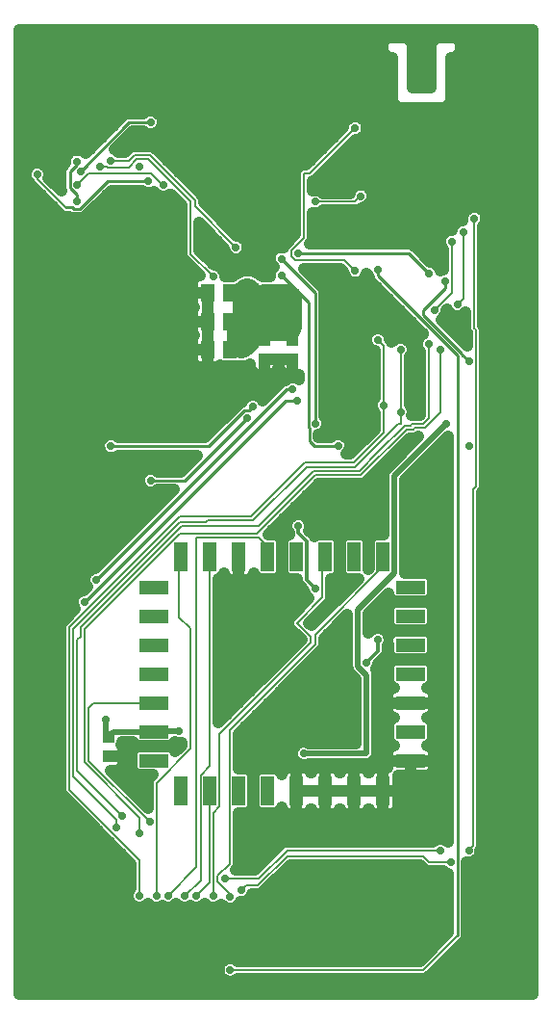
<source format=gbl>
G75*
%MOIN*%
%OFA0B0*%
%FSLAX25Y25*%
%IPPOS*%
%LPD*%
%AMOC8*
5,1,8,0,0,1.08239X$1,22.5*
%
%ADD10R,0.04500X0.10000*%
%ADD11R,0.10000X0.04500*%
%ADD12R,0.03937X0.04331*%
%ADD13R,0.05118X0.05906*%
%ADD14C,0.04000*%
%ADD15C,0.02778*%
%ADD16C,0.01200*%
%ADD17C,0.00787*%
%ADD18C,0.01000*%
%ADD19C,0.02000*%
%ADD20C,0.00800*%
%ADD21C,0.10000*%
D10*
X0080480Y0114102D03*
X0090480Y0114102D03*
X0100480Y0114102D03*
X0110480Y0114102D03*
X0120480Y0114102D03*
X0130480Y0114102D03*
X0140480Y0114102D03*
X0150480Y0114102D03*
X0150480Y0195102D03*
X0140480Y0195102D03*
X0130480Y0195102D03*
X0120480Y0195102D03*
X0110480Y0195102D03*
X0100480Y0195102D03*
X0090480Y0195102D03*
X0080480Y0195102D03*
D11*
X0070980Y0184602D03*
X0070980Y0174602D03*
X0070980Y0164602D03*
X0070980Y0154602D03*
X0070980Y0144602D03*
X0070980Y0134602D03*
X0070980Y0124602D03*
X0159980Y0124602D03*
X0159980Y0134602D03*
X0159980Y0144602D03*
X0159980Y0154602D03*
X0159980Y0164602D03*
X0159980Y0174602D03*
X0159980Y0184602D03*
D12*
X0119142Y0263433D03*
X0119142Y0270126D03*
X0109299Y0270126D03*
X0109299Y0263433D03*
X0055323Y0132882D03*
X0055323Y0126189D03*
D13*
X0089811Y0266780D03*
X0097291Y0266780D03*
X0097291Y0276622D03*
X0089811Y0276622D03*
X0089811Y0286465D03*
X0097291Y0286465D03*
D14*
X0024217Y0377453D02*
X0024217Y0043902D01*
X0202256Y0043902D01*
X0202256Y0377453D01*
X0024217Y0377453D01*
X0024217Y0376277D02*
X0202256Y0376277D01*
X0202256Y0372278D02*
X0177309Y0372278D01*
X0177366Y0372141D02*
X0176833Y0373427D01*
X0175849Y0374412D01*
X0174562Y0374945D01*
X0169873Y0374945D01*
X0168586Y0374412D01*
X0167602Y0373427D01*
X0167069Y0372141D01*
X0167069Y0357573D01*
X0160585Y0357573D01*
X0160585Y0372141D01*
X0160052Y0373427D01*
X0159067Y0374412D01*
X0157781Y0374945D01*
X0156388Y0374945D01*
X0153091Y0374945D01*
X0151805Y0374412D01*
X0150820Y0373427D01*
X0150287Y0372141D01*
X0150287Y0370749D01*
X0150820Y0369462D01*
X0151805Y0368478D01*
X0153091Y0367945D01*
X0153585Y0367945D01*
X0153585Y0353377D01*
X0154117Y0352090D01*
X0155102Y0351106D01*
X0156388Y0350573D01*
X0171265Y0350573D01*
X0172551Y0351106D01*
X0173536Y0352090D01*
X0174069Y0353377D01*
X0174069Y0367945D01*
X0174562Y0367945D01*
X0175849Y0368478D01*
X0176833Y0369462D01*
X0177366Y0370749D01*
X0177366Y0372141D01*
X0175370Y0368280D02*
X0202256Y0368280D01*
X0202256Y0364281D02*
X0174069Y0364281D01*
X0174069Y0360282D02*
X0202256Y0360282D01*
X0202256Y0356284D02*
X0174069Y0356284D01*
X0173617Y0352285D02*
X0202256Y0352285D01*
X0202256Y0348287D02*
X0072803Y0348287D01*
X0073311Y0347779D02*
X0072189Y0348901D01*
X0070723Y0349509D01*
X0069136Y0349509D01*
X0067670Y0348901D01*
X0067388Y0348620D01*
X0061856Y0348620D01*
X0060716Y0348148D01*
X0047253Y0334684D01*
X0046598Y0335339D01*
X0045132Y0335946D01*
X0043545Y0335946D01*
X0042079Y0335339D01*
X0040957Y0334216D01*
X0040350Y0332750D01*
X0040350Y0331301D01*
X0039222Y0330173D01*
X0038750Y0329034D01*
X0038750Y0322219D01*
X0038984Y0321652D01*
X0034393Y0326243D01*
X0034548Y0326616D01*
X0034548Y0328203D01*
X0033941Y0329669D01*
X0032819Y0330791D01*
X0031353Y0331398D01*
X0029766Y0331398D01*
X0028299Y0330791D01*
X0027177Y0329669D01*
X0026570Y0328203D01*
X0026570Y0326616D01*
X0027177Y0325150D01*
X0027891Y0324436D01*
X0028016Y0324135D01*
X0037674Y0314478D01*
X0037774Y0314236D01*
X0038646Y0313364D01*
X0039785Y0312892D01*
X0041503Y0312892D01*
X0041552Y0312844D01*
X0042691Y0312372D01*
X0045986Y0312372D01*
X0047126Y0312844D01*
X0056241Y0321959D01*
X0066612Y0321959D01*
X0066894Y0321677D01*
X0068360Y0321070D01*
X0069947Y0321070D01*
X0071003Y0321507D01*
X0071005Y0321503D01*
X0072127Y0320381D01*
X0073593Y0319774D01*
X0075180Y0319774D01*
X0076646Y0320381D01*
X0076846Y0320581D01*
X0080709Y0316718D01*
X0080709Y0299254D01*
X0081165Y0298151D01*
X0082009Y0297307D01*
X0086909Y0292408D01*
X0086377Y0292302D01*
X0085831Y0292076D01*
X0085340Y0291748D01*
X0084922Y0291330D01*
X0084593Y0290838D01*
X0084367Y0290292D01*
X0084252Y0289713D01*
X0084252Y0286465D01*
X0089811Y0286465D01*
X0089811Y0286464D01*
X0089811Y0280512D01*
X0089811Y0276622D01*
X0089811Y0276622D01*
X0089811Y0272732D01*
X0089811Y0266780D01*
X0089811Y0266780D01*
X0089811Y0276622D01*
X0084252Y0276622D01*
X0084252Y0273374D01*
X0084367Y0272794D01*
X0084593Y0272248D01*
X0084922Y0271757D01*
X0084978Y0271701D01*
X0084922Y0271645D01*
X0084593Y0271153D01*
X0084367Y0270607D01*
X0084252Y0270028D01*
X0084252Y0266780D01*
X0089811Y0266780D01*
X0089811Y0266779D01*
X0089811Y0260827D01*
X0092666Y0260827D01*
X0093245Y0260942D01*
X0093791Y0261168D01*
X0094007Y0261313D01*
X0094215Y0261227D01*
X0099723Y0261227D01*
X0099913Y0261148D01*
X0102937Y0261148D01*
X0104331Y0261725D01*
X0104331Y0260972D01*
X0104446Y0260393D01*
X0104672Y0259847D01*
X0105000Y0259355D01*
X0105418Y0258937D01*
X0105910Y0258609D01*
X0106456Y0258383D01*
X0107035Y0258268D01*
X0109299Y0258268D01*
X0109299Y0263433D01*
X0109299Y0263433D01*
X0109299Y0258268D01*
X0111563Y0258268D01*
X0112143Y0258383D01*
X0112689Y0258609D01*
X0113180Y0258937D01*
X0113598Y0259355D01*
X0113926Y0259847D01*
X0114152Y0260393D01*
X0114220Y0260735D01*
X0114289Y0260393D01*
X0114515Y0259847D01*
X0114843Y0259355D01*
X0115261Y0258937D01*
X0115752Y0258609D01*
X0116298Y0258383D01*
X0116878Y0258268D01*
X0119142Y0258268D01*
X0121406Y0258268D01*
X0121406Y0256377D01*
X0121401Y0256382D01*
X0119935Y0256989D01*
X0118348Y0256989D01*
X0116882Y0256382D01*
X0116600Y0256100D01*
X0116330Y0256100D01*
X0115191Y0255628D01*
X0108795Y0249232D01*
X0108744Y0249354D01*
X0107622Y0250476D01*
X0106156Y0251083D01*
X0104569Y0251083D01*
X0103103Y0250476D01*
X0101981Y0249354D01*
X0101725Y0248738D01*
X0100607Y0248274D01*
X0088747Y0236415D01*
X0058691Y0236415D01*
X0058409Y0236697D01*
X0056943Y0237304D01*
X0055356Y0237304D01*
X0053890Y0236697D01*
X0052768Y0235575D01*
X0052161Y0234108D01*
X0052161Y0232521D01*
X0052768Y0231055D01*
X0053890Y0229933D01*
X0055356Y0229326D01*
X0056943Y0229326D01*
X0058409Y0229933D01*
X0058691Y0230215D01*
X0086067Y0230215D01*
X0080456Y0224604D01*
X0072470Y0224604D01*
X0072189Y0224886D01*
X0070723Y0225493D01*
X0069136Y0225493D01*
X0067670Y0224886D01*
X0066547Y0223764D01*
X0065940Y0222297D01*
X0065940Y0220710D01*
X0066547Y0219244D01*
X0067670Y0218122D01*
X0069136Y0217515D01*
X0070723Y0217515D01*
X0072189Y0218122D01*
X0072470Y0218404D01*
X0077967Y0218404D01*
X0050720Y0191157D01*
X0050322Y0191157D01*
X0048856Y0190550D01*
X0047733Y0189428D01*
X0047126Y0187962D01*
X0047126Y0186375D01*
X0047733Y0184909D01*
X0047862Y0184780D01*
X0046574Y0183492D01*
X0046176Y0183492D01*
X0044710Y0182885D01*
X0043588Y0181762D01*
X0042981Y0180296D01*
X0042981Y0178709D01*
X0043588Y0177243D01*
X0043717Y0177114D01*
X0039868Y0173265D01*
X0039026Y0172423D01*
X0038570Y0171323D01*
X0038570Y0114014D01*
X0039026Y0112914D01*
X0039868Y0112072D01*
X0062998Y0088941D01*
X0062998Y0080451D01*
X0062610Y0080063D01*
X0062003Y0078597D01*
X0062003Y0077010D01*
X0062610Y0075544D01*
X0063733Y0074421D01*
X0065199Y0073814D01*
X0066786Y0073814D01*
X0068252Y0074421D01*
X0068945Y0075115D01*
X0069638Y0074421D01*
X0071104Y0073814D01*
X0072691Y0073814D01*
X0073866Y0074301D01*
X0075041Y0073814D01*
X0076628Y0073814D01*
X0078094Y0074421D01*
X0078787Y0075115D01*
X0079481Y0074421D01*
X0080947Y0073814D01*
X0082534Y0073814D01*
X0083709Y0074301D01*
X0084884Y0073814D01*
X0086471Y0073814D01*
X0087937Y0074421D01*
X0088630Y0075115D01*
X0089323Y0074421D01*
X0090789Y0073814D01*
X0092376Y0073814D01*
X0093842Y0074421D01*
X0094328Y0074908D01*
X0095229Y0074007D01*
X0096695Y0073400D01*
X0098282Y0073400D01*
X0099748Y0074007D01*
X0100870Y0075129D01*
X0101140Y0075783D01*
X0102219Y0075783D01*
X0103685Y0076390D01*
X0104807Y0077512D01*
X0105147Y0078332D01*
X0107506Y0078332D01*
X0108606Y0078788D01*
X0109448Y0079630D01*
X0118407Y0088589D01*
X0163177Y0088589D01*
X0163848Y0087918D01*
X0164690Y0087076D01*
X0165790Y0086620D01*
X0171198Y0086620D01*
X0171586Y0086232D01*
X0173052Y0085625D01*
X0173128Y0085625D01*
X0173128Y0065157D01*
X0163177Y0055206D01*
X0100136Y0055206D01*
X0099748Y0055594D01*
X0098282Y0056202D01*
X0096695Y0056202D01*
X0095229Y0055594D01*
X0094106Y0054472D01*
X0093499Y0053006D01*
X0093499Y0051419D01*
X0094106Y0049953D01*
X0095229Y0048831D01*
X0096695Y0048224D01*
X0098282Y0048224D01*
X0099748Y0048831D01*
X0100136Y0049219D01*
X0165013Y0049219D01*
X0166113Y0049675D01*
X0166955Y0050517D01*
X0177728Y0061289D01*
X0177984Y0061396D01*
X0178856Y0062268D01*
X0179328Y0063407D01*
X0179328Y0087710D01*
X0179435Y0087967D01*
X0179435Y0089562D01*
X0180959Y0089562D01*
X0182425Y0090169D01*
X0183547Y0091292D01*
X0184154Y0092758D01*
X0184154Y0093306D01*
X0184258Y0093410D01*
X0184713Y0094510D01*
X0184713Y0217314D01*
X0185086Y0217686D01*
X0185542Y0218787D01*
X0185542Y0274267D01*
X0185128Y0275267D01*
X0185128Y0309408D01*
X0185516Y0309796D01*
X0186123Y0311262D01*
X0186123Y0312849D01*
X0185516Y0314315D01*
X0184393Y0315437D01*
X0182927Y0316044D01*
X0181340Y0316044D01*
X0179874Y0315437D01*
X0178752Y0314315D01*
X0178145Y0312849D01*
X0178145Y0311320D01*
X0177403Y0311320D01*
X0175937Y0310712D01*
X0174815Y0309590D01*
X0174227Y0308170D01*
X0173466Y0308170D01*
X0172000Y0307563D01*
X0170878Y0306441D01*
X0170271Y0304975D01*
X0170271Y0303388D01*
X0170878Y0301922D01*
X0171266Y0301534D01*
X0171266Y0294391D01*
X0171084Y0294391D01*
X0170346Y0294085D01*
X0169768Y0295482D01*
X0168645Y0296604D01*
X0167179Y0297211D01*
X0166781Y0297211D01*
X0161992Y0302000D01*
X0161120Y0302872D01*
X0159980Y0303344D01*
X0125074Y0303344D01*
X0125617Y0303886D01*
X0126072Y0304987D01*
X0126072Y0314034D01*
X0126222Y0313972D01*
X0127809Y0313972D01*
X0129275Y0314579D01*
X0129663Y0314967D01*
X0141391Y0314967D01*
X0142491Y0315423D01*
X0143009Y0315940D01*
X0143557Y0315940D01*
X0145023Y0316547D01*
X0146145Y0317670D01*
X0146753Y0319136D01*
X0146753Y0320723D01*
X0146145Y0322189D01*
X0145023Y0323311D01*
X0143557Y0323918D01*
X0141970Y0323918D01*
X0140504Y0323311D01*
X0139382Y0322189D01*
X0138871Y0320954D01*
X0129663Y0320954D01*
X0129275Y0321342D01*
X0127809Y0321950D01*
X0126222Y0321950D01*
X0126072Y0321888D01*
X0126072Y0324987D01*
X0126743Y0325265D01*
X0141040Y0339562D01*
X0141589Y0339562D01*
X0143055Y0340169D01*
X0144177Y0341292D01*
X0144784Y0342758D01*
X0144784Y0344345D01*
X0144177Y0345811D01*
X0143055Y0346933D01*
X0141589Y0347540D01*
X0140002Y0347540D01*
X0138536Y0346933D01*
X0137414Y0345811D01*
X0136806Y0344345D01*
X0136806Y0343796D01*
X0123807Y0330797D01*
X0122483Y0330797D01*
X0121383Y0330341D01*
X0120541Y0329499D01*
X0120085Y0328399D01*
X0120085Y0306822D01*
X0116190Y0302927D01*
X0115915Y0302265D01*
X0114411Y0302265D01*
X0112945Y0301657D01*
X0111823Y0300535D01*
X0111216Y0299069D01*
X0111216Y0297482D01*
X0111823Y0296016D01*
X0112516Y0295323D01*
X0111823Y0294630D01*
X0111216Y0293164D01*
X0111216Y0292096D01*
X0108510Y0292096D01*
X0107699Y0292908D01*
X0104905Y0294065D01*
X0101882Y0294065D01*
X0099089Y0292908D01*
X0098198Y0292017D01*
X0095572Y0292017D01*
X0095572Y0292770D01*
X0094964Y0294236D01*
X0093842Y0295358D01*
X0092376Y0295965D01*
X0091836Y0295965D01*
X0086709Y0301093D01*
X0086709Y0310718D01*
X0095468Y0301959D01*
X0095468Y0301419D01*
X0096075Y0299953D01*
X0097197Y0298831D01*
X0098663Y0298224D01*
X0100250Y0298224D01*
X0101716Y0298831D01*
X0102838Y0299953D01*
X0103446Y0301419D01*
X0103446Y0303006D01*
X0102838Y0304472D01*
X0101716Y0305594D01*
X0100250Y0306202D01*
X0099710Y0306202D01*
X0088209Y0317703D01*
X0088209Y0319179D01*
X0087752Y0320281D01*
X0086908Y0321125D01*
X0071209Y0336824D01*
X0070106Y0337281D01*
X0063743Y0337281D01*
X0062640Y0336824D01*
X0061797Y0335980D01*
X0061077Y0335261D01*
X0058791Y0335261D01*
X0058409Y0335642D01*
X0057398Y0336061D01*
X0063756Y0342420D01*
X0067388Y0342420D01*
X0067670Y0342138D01*
X0069136Y0341531D01*
X0070723Y0341531D01*
X0072189Y0342138D01*
X0073311Y0343260D01*
X0073918Y0344726D01*
X0073918Y0346313D01*
X0073311Y0347779D01*
X0073737Y0344288D02*
X0136806Y0344288D01*
X0133300Y0340290D02*
X0061626Y0340290D01*
X0062107Y0336291D02*
X0057628Y0336291D01*
X0052858Y0340290D02*
X0024217Y0340290D01*
X0024217Y0344288D02*
X0056857Y0344288D01*
X0061052Y0348287D02*
X0024217Y0348287D01*
X0024217Y0352285D02*
X0154037Y0352285D01*
X0153585Y0356284D02*
X0024217Y0356284D01*
X0024217Y0360282D02*
X0153585Y0360282D01*
X0153585Y0364281D02*
X0024217Y0364281D01*
X0024217Y0368280D02*
X0152283Y0368280D01*
X0150344Y0372278D02*
X0024217Y0372278D01*
X0024217Y0336291D02*
X0048860Y0336291D01*
X0040350Y0332293D02*
X0024217Y0332293D01*
X0024217Y0328294D02*
X0026608Y0328294D01*
X0027949Y0324296D02*
X0024217Y0324296D01*
X0024217Y0320297D02*
X0031854Y0320297D01*
X0035852Y0316299D02*
X0024217Y0316299D01*
X0024217Y0312300D02*
X0080709Y0312300D01*
X0080709Y0308302D02*
X0024217Y0308302D01*
X0024217Y0304303D02*
X0080709Y0304303D01*
X0080709Y0300305D02*
X0024217Y0300305D01*
X0024217Y0296306D02*
X0083010Y0296306D01*
X0086406Y0292308D02*
X0024217Y0292308D01*
X0024217Y0288309D02*
X0084252Y0288309D01*
X0084252Y0286464D02*
X0084252Y0283216D01*
X0084367Y0282637D01*
X0084593Y0282091D01*
X0084922Y0281599D01*
X0084978Y0281543D01*
X0084922Y0281487D01*
X0084593Y0280996D01*
X0084367Y0280450D01*
X0084252Y0279870D01*
X0084252Y0276622D01*
X0089811Y0276622D01*
X0089811Y0276622D01*
X0089811Y0286464D01*
X0089811Y0286464D01*
X0084252Y0286464D01*
X0084252Y0284311D02*
X0024217Y0284311D01*
X0024217Y0280312D02*
X0084340Y0280312D01*
X0084252Y0276314D02*
X0024217Y0276314D01*
X0024217Y0272315D02*
X0084566Y0272315D01*
X0084252Y0268317D02*
X0024217Y0268317D01*
X0024217Y0264318D02*
X0084252Y0264318D01*
X0084252Y0263531D02*
X0084367Y0262952D01*
X0084593Y0262406D01*
X0084922Y0261914D01*
X0085340Y0261497D01*
X0085831Y0261168D01*
X0086377Y0260942D01*
X0086956Y0260827D01*
X0089811Y0260827D01*
X0089811Y0266779D01*
X0089811Y0266779D01*
X0084252Y0266779D01*
X0084252Y0263531D01*
X0089811Y0264318D02*
X0089811Y0264318D01*
X0089811Y0268317D02*
X0089811Y0268317D01*
X0089811Y0272315D02*
X0089811Y0272315D01*
X0089811Y0276314D02*
X0089811Y0276314D01*
X0089811Y0276622D02*
X0089811Y0276622D01*
X0089811Y0280312D02*
X0089811Y0280312D01*
X0089811Y0284311D02*
X0089811Y0284311D01*
X0095572Y0292308D02*
X0098489Y0292308D01*
X0091495Y0296306D02*
X0111703Y0296306D01*
X0111728Y0300305D02*
X0102984Y0300305D01*
X0102908Y0304303D02*
X0117566Y0304303D01*
X0120085Y0308302D02*
X0097610Y0308302D01*
X0093612Y0312300D02*
X0120085Y0312300D01*
X0120085Y0316299D02*
X0089613Y0316299D01*
X0087736Y0320297D02*
X0120085Y0320297D01*
X0120085Y0324296D02*
X0083737Y0324296D01*
X0079739Y0328294D02*
X0120085Y0328294D01*
X0125303Y0332293D02*
X0075740Y0332293D01*
X0071742Y0336291D02*
X0129302Y0336291D01*
X0133771Y0332293D02*
X0202256Y0332293D01*
X0202256Y0336291D02*
X0137769Y0336291D01*
X0143175Y0340290D02*
X0202256Y0340290D01*
X0202256Y0344288D02*
X0144784Y0344288D01*
X0129772Y0328294D02*
X0202256Y0328294D01*
X0202256Y0324296D02*
X0126072Y0324296D01*
X0126072Y0312300D02*
X0178145Y0312300D01*
X0174281Y0308302D02*
X0126072Y0308302D01*
X0125789Y0304303D02*
X0170271Y0304303D01*
X0171266Y0300305D02*
X0163687Y0300305D01*
X0168943Y0296306D02*
X0171266Y0296306D01*
X0185128Y0296306D02*
X0202256Y0296306D01*
X0202256Y0292308D02*
X0185128Y0292308D01*
X0185128Y0288309D02*
X0202256Y0288309D01*
X0202256Y0284311D02*
X0185128Y0284311D01*
X0185128Y0280312D02*
X0202256Y0280312D01*
X0202256Y0276314D02*
X0185128Y0276314D01*
X0185542Y0272315D02*
X0202256Y0272315D01*
X0202256Y0268317D02*
X0185542Y0268317D01*
X0185542Y0264318D02*
X0202256Y0264318D01*
X0202256Y0260320D02*
X0185542Y0260320D01*
X0185542Y0256321D02*
X0202256Y0256321D01*
X0202256Y0252323D02*
X0185542Y0252323D01*
X0185542Y0248324D02*
X0202256Y0248324D01*
X0202256Y0244326D02*
X0185542Y0244326D01*
X0185542Y0240327D02*
X0202256Y0240327D01*
X0202256Y0236329D02*
X0185542Y0236329D01*
X0185542Y0232330D02*
X0202256Y0232330D01*
X0202256Y0228332D02*
X0185542Y0228332D01*
X0185542Y0224333D02*
X0202256Y0224333D01*
X0202256Y0220335D02*
X0185542Y0220335D01*
X0184713Y0216336D02*
X0202256Y0216336D01*
X0202256Y0212338D02*
X0184713Y0212338D01*
X0184713Y0208339D02*
X0202256Y0208339D01*
X0202256Y0204341D02*
X0184713Y0204341D01*
X0184713Y0200342D02*
X0202256Y0200342D01*
X0202256Y0196344D02*
X0184713Y0196344D01*
X0184713Y0192345D02*
X0202256Y0192345D01*
X0202256Y0188346D02*
X0184713Y0188346D01*
X0184713Y0184348D02*
X0202256Y0184348D01*
X0202256Y0180349D02*
X0184713Y0180349D01*
X0184713Y0176351D02*
X0202256Y0176351D01*
X0202256Y0172352D02*
X0184713Y0172352D01*
X0184713Y0168354D02*
X0202256Y0168354D01*
X0202256Y0164355D02*
X0184713Y0164355D01*
X0184713Y0160357D02*
X0202256Y0160357D01*
X0202256Y0156358D02*
X0184713Y0156358D01*
X0184713Y0152360D02*
X0202256Y0152360D01*
X0202256Y0148361D02*
X0184713Y0148361D01*
X0184713Y0144363D02*
X0202256Y0144363D01*
X0202256Y0140364D02*
X0184713Y0140364D01*
X0184713Y0136366D02*
X0202256Y0136366D01*
X0202256Y0132367D02*
X0184713Y0132367D01*
X0184713Y0128369D02*
X0202256Y0128369D01*
X0202256Y0124370D02*
X0184713Y0124370D01*
X0184713Y0120372D02*
X0202256Y0120372D01*
X0202256Y0116373D02*
X0184713Y0116373D01*
X0184713Y0112375D02*
X0202256Y0112375D01*
X0202256Y0108376D02*
X0184713Y0108376D01*
X0184713Y0104378D02*
X0202256Y0104378D01*
X0202256Y0100379D02*
X0184713Y0100379D01*
X0184713Y0096381D02*
X0202256Y0096381D01*
X0202256Y0092382D02*
X0183999Y0092382D01*
X0179435Y0088384D02*
X0202256Y0088384D01*
X0202256Y0084385D02*
X0179328Y0084385D01*
X0179328Y0080387D02*
X0202256Y0080387D01*
X0202256Y0076388D02*
X0179328Y0076388D01*
X0179328Y0072390D02*
X0202256Y0072390D01*
X0202256Y0068391D02*
X0179328Y0068391D01*
X0179328Y0064393D02*
X0202256Y0064393D01*
X0202256Y0060394D02*
X0176833Y0060394D01*
X0172834Y0056396D02*
X0202256Y0056396D01*
X0202256Y0052397D02*
X0168836Y0052397D01*
X0164367Y0056396D02*
X0024217Y0056396D01*
X0024217Y0060394D02*
X0168365Y0060394D01*
X0172364Y0064393D02*
X0024217Y0064393D01*
X0024217Y0068391D02*
X0173128Y0068391D01*
X0173128Y0072390D02*
X0024217Y0072390D01*
X0024217Y0076388D02*
X0062261Y0076388D01*
X0062934Y0080387D02*
X0024217Y0080387D01*
X0024217Y0084385D02*
X0062998Y0084385D01*
X0062998Y0088384D02*
X0024217Y0088384D01*
X0024217Y0092382D02*
X0059558Y0092382D01*
X0055559Y0096381D02*
X0024217Y0096381D01*
X0024217Y0100379D02*
X0051561Y0100379D01*
X0047562Y0104378D02*
X0024217Y0104378D01*
X0024217Y0108376D02*
X0043564Y0108376D01*
X0039565Y0112375D02*
X0024217Y0112375D01*
X0024217Y0116373D02*
X0038570Y0116373D01*
X0038570Y0120372D02*
X0024217Y0120372D01*
X0024217Y0124370D02*
X0038570Y0124370D01*
X0038570Y0128369D02*
X0024217Y0128369D01*
X0024217Y0132367D02*
X0038570Y0132367D01*
X0038570Y0136366D02*
X0024217Y0136366D01*
X0024217Y0140364D02*
X0038570Y0140364D01*
X0038570Y0144363D02*
X0024217Y0144363D01*
X0024217Y0148361D02*
X0038570Y0148361D01*
X0038570Y0152360D02*
X0024217Y0152360D01*
X0024217Y0156358D02*
X0038570Y0156358D01*
X0038570Y0160357D02*
X0024217Y0160357D01*
X0024217Y0164355D02*
X0038570Y0164355D01*
X0038570Y0168354D02*
X0024217Y0168354D01*
X0024217Y0172352D02*
X0038997Y0172352D01*
X0042954Y0176351D02*
X0024217Y0176351D01*
X0024217Y0180349D02*
X0043003Y0180349D01*
X0047431Y0184348D02*
X0024217Y0184348D01*
X0024217Y0188346D02*
X0047285Y0188346D01*
X0051908Y0192345D02*
X0024217Y0192345D01*
X0024217Y0196344D02*
X0055906Y0196344D01*
X0059905Y0200342D02*
X0024217Y0200342D01*
X0024217Y0204341D02*
X0063903Y0204341D01*
X0067902Y0208339D02*
X0024217Y0208339D01*
X0024217Y0212338D02*
X0071900Y0212338D01*
X0075899Y0216336D02*
X0024217Y0216336D01*
X0024217Y0220335D02*
X0066096Y0220335D01*
X0067117Y0224333D02*
X0024217Y0224333D01*
X0024217Y0228332D02*
X0084184Y0228332D01*
X0092659Y0240327D02*
X0024217Y0240327D01*
X0024217Y0236329D02*
X0053522Y0236329D01*
X0052240Y0232330D02*
X0024217Y0232330D01*
X0024217Y0244326D02*
X0096658Y0244326D01*
X0100727Y0248324D02*
X0024217Y0248324D01*
X0024217Y0252323D02*
X0111885Y0252323D01*
X0116822Y0256321D02*
X0024217Y0256321D01*
X0024217Y0260320D02*
X0104476Y0260320D01*
X0109299Y0260320D02*
X0109299Y0260320D01*
X0109299Y0263433D02*
X0109299Y0263433D01*
X0114173Y0263433D01*
X0119142Y0263433D01*
X0119142Y0258268D01*
X0119142Y0263433D01*
X0119142Y0263433D01*
X0119142Y0263433D01*
X0109299Y0263433D01*
X0114122Y0260320D02*
X0114319Y0260320D01*
X0119142Y0260320D02*
X0119142Y0260320D01*
X0121406Y0258268D02*
X0121406Y0258268D01*
X0130095Y0256321D02*
X0147644Y0256321D01*
X0147644Y0252323D02*
X0130095Y0252323D01*
X0130095Y0248324D02*
X0146658Y0248324D01*
X0146649Y0248302D02*
X0146649Y0246715D01*
X0147256Y0245249D01*
X0147644Y0244861D01*
X0147644Y0239292D01*
X0138981Y0230628D01*
X0137646Y0230628D01*
X0138271Y0231254D01*
X0138879Y0232720D01*
X0138879Y0234307D01*
X0138271Y0235773D01*
X0137149Y0236895D01*
X0135683Y0237502D01*
X0134096Y0237502D01*
X0132630Y0236895D01*
X0132348Y0236613D01*
X0128147Y0236613D01*
X0128147Y0237348D01*
X0129255Y0237807D01*
X0130377Y0238929D01*
X0130984Y0240396D01*
X0130984Y0241982D01*
X0130377Y0243449D01*
X0130095Y0243730D01*
X0130095Y0287102D01*
X0129623Y0288241D01*
X0128751Y0289113D01*
X0122997Y0294868D01*
X0135659Y0294868D01*
X0136806Y0293721D01*
X0136806Y0293172D01*
X0137414Y0291706D01*
X0138536Y0290584D01*
X0140002Y0289976D01*
X0141589Y0289976D01*
X0143055Y0290584D01*
X0144177Y0291706D01*
X0144784Y0293172D01*
X0144784Y0293294D01*
X0145288Y0292079D01*
X0145569Y0291797D01*
X0145569Y0291753D01*
X0146041Y0290614D01*
X0164409Y0272247D01*
X0164126Y0272130D01*
X0163004Y0271008D01*
X0162397Y0269541D01*
X0162397Y0267955D01*
X0163004Y0266488D01*
X0163392Y0266100D01*
X0163392Y0244398D01*
X0163177Y0244183D01*
X0160470Y0244183D01*
X0160532Y0244333D01*
X0160532Y0245919D01*
X0159925Y0247386D01*
X0159537Y0247774D01*
X0159537Y0264132D01*
X0159925Y0264520D01*
X0160532Y0265986D01*
X0160532Y0267573D01*
X0159925Y0269039D01*
X0158803Y0270161D01*
X0157337Y0270768D01*
X0155750Y0270768D01*
X0154284Y0270161D01*
X0153433Y0269310D01*
X0153176Y0269931D01*
X0152658Y0270449D01*
X0152658Y0270997D01*
X0152051Y0272464D01*
X0150929Y0273586D01*
X0149463Y0274193D01*
X0147876Y0274193D01*
X0146410Y0273586D01*
X0145288Y0272464D01*
X0144680Y0270997D01*
X0144680Y0269410D01*
X0145288Y0267944D01*
X0146410Y0266822D01*
X0147644Y0266311D01*
X0147644Y0250156D01*
X0147256Y0249768D01*
X0146649Y0248302D01*
X0147644Y0244326D02*
X0130095Y0244326D01*
X0130956Y0240327D02*
X0147644Y0240327D01*
X0144681Y0236329D02*
X0137716Y0236329D01*
X0138717Y0232330D02*
X0140682Y0232330D01*
X0147858Y0224333D02*
X0150891Y0224333D01*
X0150730Y0223944D02*
X0151278Y0225267D01*
X0152291Y0226280D01*
X0162652Y0236641D01*
X0162643Y0236641D01*
X0161643Y0236227D01*
X0159752Y0236227D01*
X0144460Y0220934D01*
X0143359Y0220479D01*
X0128256Y0220479D01*
X0110585Y0202808D01*
X0110690Y0202702D01*
X0113247Y0202702D01*
X0114203Y0202307D01*
X0114934Y0201575D01*
X0115330Y0200620D01*
X0115330Y0189585D01*
X0114934Y0188630D01*
X0114203Y0187898D01*
X0113247Y0187502D01*
X0107713Y0187502D01*
X0106758Y0187898D01*
X0106026Y0188630D01*
X0105668Y0189494D01*
X0105615Y0189227D01*
X0105389Y0188681D01*
X0105061Y0188190D01*
X0104643Y0187772D01*
X0104151Y0187444D01*
X0103605Y0187218D01*
X0103026Y0187102D01*
X0100480Y0187102D01*
X0100480Y0195102D01*
X0100480Y0195102D01*
X0100480Y0187102D01*
X0097935Y0187102D01*
X0097355Y0187218D01*
X0096809Y0187444D01*
X0096318Y0187772D01*
X0095900Y0188190D01*
X0095572Y0188681D01*
X0095346Y0189227D01*
X0095293Y0189494D01*
X0094934Y0188630D01*
X0094203Y0187898D01*
X0093480Y0187599D01*
X0093480Y0137651D01*
X0122215Y0166386D01*
X0118008Y0170592D01*
X0117552Y0171695D01*
X0117552Y0172888D01*
X0118008Y0173991D01*
X0118852Y0174835D01*
X0124747Y0180730D01*
X0123634Y0181843D01*
X0123027Y0183309D01*
X0123027Y0183566D01*
X0122118Y0184475D01*
X0121217Y0185375D01*
X0120730Y0186551D01*
X0120730Y0187502D01*
X0117713Y0187502D01*
X0116758Y0187898D01*
X0116026Y0188630D01*
X0115630Y0189585D01*
X0115630Y0200620D01*
X0116026Y0201575D01*
X0116758Y0202307D01*
X0117713Y0202702D01*
X0117944Y0202702D01*
X0117910Y0202783D01*
X0117910Y0203315D01*
X0117729Y0203496D01*
X0117121Y0204962D01*
X0117121Y0206549D01*
X0117729Y0208015D01*
X0118851Y0209138D01*
X0120317Y0209745D01*
X0121904Y0209745D01*
X0123370Y0209138D01*
X0124492Y0208015D01*
X0125099Y0206549D01*
X0125099Y0204962D01*
X0124804Y0204251D01*
X0125743Y0203312D01*
X0125743Y0203312D01*
X0126643Y0202412D01*
X0126708Y0202257D01*
X0126758Y0202307D01*
X0127713Y0202702D01*
X0133247Y0202702D01*
X0134203Y0202307D01*
X0134934Y0201575D01*
X0135330Y0200620D01*
X0135330Y0189585D01*
X0134934Y0188630D01*
X0134203Y0187898D01*
X0133247Y0187502D01*
X0132405Y0187502D01*
X0132405Y0180548D01*
X0131948Y0179445D01*
X0124794Y0172291D01*
X0125757Y0171329D01*
X0141930Y0187502D01*
X0137713Y0187502D01*
X0136758Y0187898D01*
X0136026Y0188630D01*
X0135630Y0189585D01*
X0135630Y0200620D01*
X0136026Y0201575D01*
X0136758Y0202307D01*
X0137713Y0202702D01*
X0143247Y0202702D01*
X0144203Y0202307D01*
X0144934Y0201575D01*
X0145330Y0200620D01*
X0145330Y0190903D01*
X0145630Y0191203D01*
X0145630Y0200620D01*
X0146026Y0201575D01*
X0146758Y0202307D01*
X0147713Y0202702D01*
X0150730Y0202702D01*
X0150730Y0223944D01*
X0150730Y0220335D02*
X0128112Y0220335D01*
X0124113Y0216336D02*
X0150730Y0216336D01*
X0150730Y0212338D02*
X0120115Y0212338D01*
X0118052Y0208339D02*
X0116116Y0208339D01*
X0117379Y0204341D02*
X0112118Y0204341D01*
X0115330Y0200342D02*
X0115630Y0200342D01*
X0115630Y0196344D02*
X0115330Y0196344D01*
X0115330Y0192345D02*
X0115630Y0192345D01*
X0116309Y0188346D02*
X0114651Y0188346D01*
X0122245Y0184348D02*
X0093480Y0184348D01*
X0093480Y0180349D02*
X0124367Y0180349D01*
X0120369Y0176351D02*
X0093480Y0176351D01*
X0093480Y0172352D02*
X0117552Y0172352D01*
X0120247Y0168354D02*
X0093480Y0168354D01*
X0093480Y0164355D02*
X0120184Y0164355D01*
X0116186Y0160357D02*
X0093480Y0160357D01*
X0093480Y0156358D02*
X0112187Y0156358D01*
X0108189Y0152360D02*
X0093480Y0152360D01*
X0093480Y0148361D02*
X0104190Y0148361D01*
X0100192Y0144363D02*
X0093480Y0144363D01*
X0093480Y0140364D02*
X0096193Y0140364D01*
X0100230Y0133954D02*
X0129399Y0163123D01*
X0129855Y0164223D01*
X0129855Y0165414D01*
X0129855Y0166960D01*
X0138143Y0175248D01*
X0138143Y0156558D01*
X0138691Y0155234D01*
X0139704Y0154222D01*
X0139704Y0154222D01*
X0141132Y0152794D01*
X0141132Y0130616D01*
X0124811Y0130616D01*
X0123872Y0131005D01*
X0122285Y0131005D01*
X0120819Y0130397D01*
X0119697Y0129275D01*
X0119090Y0127809D01*
X0119090Y0126222D01*
X0119697Y0124756D01*
X0120819Y0123634D01*
X0122285Y0123027D01*
X0123872Y0123027D01*
X0124811Y0123416D01*
X0145448Y0123416D01*
X0146772Y0123964D01*
X0147784Y0124977D01*
X0148332Y0126300D01*
X0148332Y0155001D01*
X0147902Y0156040D01*
X0148114Y0156252D01*
X0148721Y0157718D01*
X0148721Y0157975D01*
X0150482Y0159736D01*
X0151382Y0160636D01*
X0151869Y0161812D01*
X0151869Y0163945D01*
X0152051Y0164126D01*
X0152380Y0164921D01*
X0152380Y0161835D01*
X0152776Y0160880D01*
X0153508Y0160148D01*
X0154463Y0159752D01*
X0165497Y0159752D01*
X0166453Y0160148D01*
X0167184Y0160880D01*
X0167580Y0161835D01*
X0167580Y0167370D01*
X0167184Y0168325D01*
X0166453Y0169057D01*
X0165497Y0169452D01*
X0154463Y0169452D01*
X0153508Y0169057D01*
X0152776Y0168325D01*
X0152480Y0167610D01*
X0152051Y0168645D01*
X0150929Y0169768D01*
X0149463Y0170375D01*
X0147876Y0170375D01*
X0146410Y0169768D01*
X0145343Y0168701D01*
X0145343Y0175361D01*
X0152380Y0182398D01*
X0152380Y0181835D01*
X0152776Y0180880D01*
X0153508Y0180148D01*
X0154463Y0179752D01*
X0165497Y0179752D01*
X0166453Y0180148D01*
X0167184Y0180880D01*
X0167580Y0181835D01*
X0167580Y0187370D01*
X0167184Y0188325D01*
X0166453Y0189057D01*
X0165497Y0189452D01*
X0157930Y0189452D01*
X0157930Y0221737D01*
X0173128Y0236935D01*
X0173128Y0096387D01*
X0172582Y0096933D01*
X0171116Y0097540D01*
X0169529Y0097540D01*
X0168063Y0096933D01*
X0167675Y0096545D01*
X0116578Y0096545D01*
X0115477Y0096089D01*
X0106091Y0086702D01*
X0099377Y0086702D01*
X0099775Y0087099D01*
X0100230Y0088200D01*
X0100230Y0106502D01*
X0103247Y0106502D01*
X0104203Y0106898D01*
X0104934Y0107630D01*
X0105330Y0108585D01*
X0105330Y0119620D01*
X0104934Y0120575D01*
X0104203Y0121307D01*
X0103247Y0121702D01*
X0100230Y0121702D01*
X0100230Y0133954D01*
X0100230Y0132367D02*
X0141132Y0132367D01*
X0141132Y0136366D02*
X0102642Y0136366D01*
X0106641Y0140364D02*
X0141132Y0140364D01*
X0141132Y0144363D02*
X0110639Y0144363D01*
X0114638Y0148361D02*
X0141132Y0148361D01*
X0141132Y0152360D02*
X0118636Y0152360D01*
X0122635Y0156358D02*
X0138226Y0156358D01*
X0138143Y0160357D02*
X0126633Y0160357D01*
X0129855Y0164355D02*
X0138143Y0164355D01*
X0138143Y0168354D02*
X0131249Y0168354D01*
X0135248Y0172352D02*
X0138143Y0172352D01*
X0130779Y0176351D02*
X0128854Y0176351D01*
X0126780Y0172352D02*
X0124856Y0172352D01*
X0132323Y0180349D02*
X0134777Y0180349D01*
X0132405Y0184348D02*
X0138776Y0184348D01*
X0136309Y0188346D02*
X0134651Y0188346D01*
X0135330Y0192345D02*
X0135630Y0192345D01*
X0135630Y0196344D02*
X0135330Y0196344D01*
X0135330Y0200342D02*
X0135630Y0200342D01*
X0145330Y0200342D02*
X0145630Y0200342D01*
X0145630Y0196344D02*
X0145330Y0196344D01*
X0145330Y0192345D02*
X0145630Y0192345D01*
X0157930Y0192345D02*
X0173128Y0192345D01*
X0173128Y0188346D02*
X0167163Y0188346D01*
X0167580Y0184348D02*
X0173128Y0184348D01*
X0173128Y0180349D02*
X0166654Y0180349D01*
X0166453Y0179057D02*
X0165497Y0179452D01*
X0154463Y0179452D01*
X0153508Y0179057D01*
X0152776Y0178325D01*
X0152380Y0177370D01*
X0152380Y0171835D01*
X0152776Y0170880D01*
X0153508Y0170148D01*
X0154463Y0169752D01*
X0165497Y0169752D01*
X0166453Y0170148D01*
X0167184Y0170880D01*
X0167580Y0171835D01*
X0167580Y0177370D01*
X0167184Y0178325D01*
X0166453Y0179057D01*
X0167580Y0176351D02*
X0173128Y0176351D01*
X0173128Y0172352D02*
X0167580Y0172352D01*
X0167156Y0168354D02*
X0173128Y0168354D01*
X0173128Y0164355D02*
X0167580Y0164355D01*
X0166662Y0160357D02*
X0173128Y0160357D01*
X0173128Y0156358D02*
X0167580Y0156358D01*
X0167580Y0157370D02*
X0167184Y0158325D01*
X0166453Y0159057D01*
X0165497Y0159452D01*
X0154463Y0159452D01*
X0153508Y0159057D01*
X0152776Y0158325D01*
X0152380Y0157370D01*
X0152380Y0151835D01*
X0152776Y0150880D01*
X0153508Y0150148D01*
X0154372Y0149790D01*
X0154105Y0149737D01*
X0153559Y0149511D01*
X0153068Y0149183D01*
X0152650Y0148765D01*
X0152322Y0148273D01*
X0152096Y0147727D01*
X0151980Y0147148D01*
X0151980Y0144602D01*
X0151980Y0142057D01*
X0152096Y0141477D01*
X0152322Y0140931D01*
X0152650Y0140440D01*
X0153068Y0140022D01*
X0153559Y0139694D01*
X0154105Y0139468D01*
X0154372Y0139415D01*
X0153508Y0139057D01*
X0152776Y0138325D01*
X0152380Y0137370D01*
X0152380Y0131835D01*
X0152776Y0130880D01*
X0153508Y0130148D01*
X0154372Y0129790D01*
X0154105Y0129737D01*
X0153559Y0129511D01*
X0153068Y0129183D01*
X0152650Y0128765D01*
X0152322Y0128273D01*
X0152096Y0127727D01*
X0151980Y0127148D01*
X0151980Y0124602D01*
X0151980Y0122102D01*
X0150480Y0122102D01*
X0147935Y0122102D01*
X0147355Y0121987D01*
X0146809Y0121761D01*
X0146318Y0121433D01*
X0145900Y0121015D01*
X0145572Y0120523D01*
X0145480Y0120303D01*
X0145389Y0120523D01*
X0145061Y0121015D01*
X0144643Y0121433D01*
X0144151Y0121761D01*
X0143605Y0121987D01*
X0143026Y0122102D01*
X0140480Y0122102D01*
X0137935Y0122102D01*
X0137355Y0121987D01*
X0136809Y0121761D01*
X0136318Y0121433D01*
X0135900Y0121015D01*
X0135572Y0120523D01*
X0135480Y0120303D01*
X0135389Y0120523D01*
X0135061Y0121015D01*
X0134643Y0121433D01*
X0134151Y0121761D01*
X0133605Y0121987D01*
X0133026Y0122102D01*
X0130480Y0122102D01*
X0127935Y0122102D01*
X0127355Y0121987D01*
X0126809Y0121761D01*
X0126318Y0121433D01*
X0125900Y0121015D01*
X0125572Y0120523D01*
X0125480Y0120303D01*
X0125389Y0120523D01*
X0125061Y0121015D01*
X0124643Y0121433D01*
X0124151Y0121761D01*
X0123605Y0121987D01*
X0123026Y0122102D01*
X0120480Y0122102D01*
X0117935Y0122102D01*
X0117355Y0121987D01*
X0116809Y0121761D01*
X0116318Y0121433D01*
X0115900Y0121015D01*
X0115572Y0120523D01*
X0115346Y0119977D01*
X0115293Y0119711D01*
X0114934Y0120575D01*
X0114203Y0121307D01*
X0113247Y0121702D01*
X0107713Y0121702D01*
X0106758Y0121307D01*
X0106026Y0120575D01*
X0105630Y0119620D01*
X0105630Y0108585D01*
X0106026Y0107630D01*
X0106758Y0106898D01*
X0107713Y0106502D01*
X0113247Y0106502D01*
X0114203Y0106898D01*
X0114934Y0107630D01*
X0115293Y0108494D01*
X0115346Y0108227D01*
X0115572Y0107681D01*
X0115900Y0107190D01*
X0116318Y0106772D01*
X0116809Y0106444D01*
X0117355Y0106218D01*
X0117935Y0106102D01*
X0120480Y0106102D01*
X0120480Y0114102D01*
X0120480Y0114102D01*
X0120480Y0106102D01*
X0123026Y0106102D01*
X0123605Y0106218D01*
X0124151Y0106444D01*
X0124643Y0106772D01*
X0125061Y0107190D01*
X0125389Y0107681D01*
X0125480Y0107902D01*
X0125572Y0107681D01*
X0125900Y0107190D01*
X0126318Y0106772D01*
X0126809Y0106444D01*
X0127355Y0106218D01*
X0127935Y0106102D01*
X0130480Y0106102D01*
X0130480Y0114102D01*
X0130480Y0114102D01*
X0120480Y0114102D01*
X0120480Y0114102D01*
X0120480Y0122102D01*
X0120480Y0114102D01*
X0120480Y0114102D01*
X0125730Y0114102D01*
X0130480Y0114102D01*
X0130480Y0114102D01*
X0130480Y0106102D01*
X0133026Y0106102D01*
X0133605Y0106218D01*
X0134151Y0106444D01*
X0134643Y0106772D01*
X0135061Y0107190D01*
X0135389Y0107681D01*
X0135480Y0107902D01*
X0135572Y0107681D01*
X0135900Y0107190D01*
X0136318Y0106772D01*
X0136809Y0106444D01*
X0137355Y0106218D01*
X0137935Y0106102D01*
X0140480Y0106102D01*
X0140480Y0114102D01*
X0140480Y0114102D01*
X0130480Y0114102D01*
X0130480Y0114102D01*
X0130480Y0122102D01*
X0130480Y0114102D01*
X0130480Y0114102D01*
X0135730Y0114102D01*
X0140480Y0114102D01*
X0140480Y0114102D01*
X0140480Y0106102D01*
X0143026Y0106102D01*
X0143605Y0106218D01*
X0144151Y0106444D01*
X0144643Y0106772D01*
X0145061Y0107190D01*
X0145389Y0107681D01*
X0145480Y0107902D01*
X0145572Y0107681D01*
X0145900Y0107190D01*
X0146318Y0106772D01*
X0146809Y0106444D01*
X0147355Y0106218D01*
X0147935Y0106102D01*
X0150480Y0106102D01*
X0150480Y0114102D01*
X0150480Y0114102D01*
X0140480Y0114102D01*
X0140480Y0114102D01*
X0140480Y0122102D01*
X0140480Y0114102D01*
X0140480Y0114102D01*
X0145730Y0114102D01*
X0150480Y0114102D01*
X0150480Y0114102D01*
X0150480Y0106102D01*
X0153026Y0106102D01*
X0153605Y0106218D01*
X0154151Y0106444D01*
X0154643Y0106772D01*
X0155061Y0107190D01*
X0155389Y0107681D01*
X0155615Y0108227D01*
X0155730Y0108807D01*
X0155730Y0114102D01*
X0150480Y0114102D01*
X0150480Y0114102D01*
X0150480Y0122102D01*
X0150480Y0114102D01*
X0150480Y0114102D01*
X0155730Y0114102D01*
X0155730Y0119352D01*
X0159980Y0119352D01*
X0159980Y0124602D01*
X0159980Y0124602D01*
X0151980Y0124602D01*
X0159980Y0124602D01*
X0159980Y0124602D01*
X0159980Y0119352D01*
X0165276Y0119352D01*
X0165855Y0119468D01*
X0166401Y0119694D01*
X0166893Y0120022D01*
X0167311Y0120440D01*
X0167639Y0120931D01*
X0167865Y0121477D01*
X0167980Y0122057D01*
X0167980Y0124602D01*
X0159980Y0124602D01*
X0159980Y0124602D01*
X0167980Y0124602D01*
X0167980Y0127148D01*
X0167865Y0127727D01*
X0167639Y0128273D01*
X0167311Y0128765D01*
X0166893Y0129183D01*
X0166401Y0129511D01*
X0165855Y0129737D01*
X0165589Y0129790D01*
X0166453Y0130148D01*
X0167184Y0130880D01*
X0167580Y0131835D01*
X0167580Y0137370D01*
X0167184Y0138325D01*
X0166453Y0139057D01*
X0165589Y0139415D01*
X0165855Y0139468D01*
X0166401Y0139694D01*
X0166893Y0140022D01*
X0167311Y0140440D01*
X0167639Y0140931D01*
X0167865Y0141477D01*
X0167980Y0142057D01*
X0167980Y0144602D01*
X0159980Y0144602D01*
X0151980Y0144602D01*
X0159980Y0144602D01*
X0159980Y0144602D01*
X0159980Y0144602D01*
X0167980Y0144602D01*
X0167980Y0147148D01*
X0167865Y0147727D01*
X0167639Y0148273D01*
X0167311Y0148765D01*
X0166893Y0149183D01*
X0166401Y0149511D01*
X0165855Y0149737D01*
X0165589Y0149790D01*
X0166453Y0150148D01*
X0167184Y0150880D01*
X0167580Y0151835D01*
X0167580Y0157370D01*
X0167580Y0152360D02*
X0173128Y0152360D01*
X0173128Y0148361D02*
X0167580Y0148361D01*
X0167980Y0144363D02*
X0173128Y0144363D01*
X0173128Y0140364D02*
X0167235Y0140364D01*
X0167580Y0136366D02*
X0173128Y0136366D01*
X0173128Y0132367D02*
X0167580Y0132367D01*
X0167575Y0128369D02*
X0173128Y0128369D01*
X0173128Y0124370D02*
X0167980Y0124370D01*
X0167242Y0120372D02*
X0173128Y0120372D01*
X0173128Y0116373D02*
X0155730Y0116373D01*
X0155730Y0112375D02*
X0173128Y0112375D01*
X0173128Y0108376D02*
X0155645Y0108376D01*
X0150480Y0108376D02*
X0150480Y0108376D01*
X0150480Y0112375D02*
X0150480Y0112375D01*
X0150480Y0116373D02*
X0150480Y0116373D01*
X0150480Y0120372D02*
X0150480Y0120372D01*
X0151980Y0124370D02*
X0147178Y0124370D01*
X0148332Y0128369D02*
X0152386Y0128369D01*
X0152380Y0132367D02*
X0148332Y0132367D01*
X0148332Y0136366D02*
X0152380Y0136366D01*
X0152726Y0140364D02*
X0148332Y0140364D01*
X0148332Y0144363D02*
X0151980Y0144363D01*
X0152381Y0148361D02*
X0148332Y0148361D01*
X0148332Y0152360D02*
X0152380Y0152360D01*
X0152380Y0156358D02*
X0148158Y0156358D01*
X0151103Y0160357D02*
X0153299Y0160357D01*
X0152380Y0164355D02*
X0152146Y0164355D01*
X0152172Y0168354D02*
X0152805Y0168354D01*
X0152380Y0172352D02*
X0145343Y0172352D01*
X0146333Y0176351D02*
X0152380Y0176351D01*
X0153306Y0180349D02*
X0150331Y0180349D01*
X0157930Y0196344D02*
X0173128Y0196344D01*
X0173128Y0200342D02*
X0157930Y0200342D01*
X0157930Y0204341D02*
X0173128Y0204341D01*
X0173128Y0208339D02*
X0157930Y0208339D01*
X0157930Y0212338D02*
X0173128Y0212338D01*
X0173128Y0216336D02*
X0157930Y0216336D01*
X0157930Y0220335D02*
X0173128Y0220335D01*
X0173128Y0224333D02*
X0160527Y0224333D01*
X0164525Y0228332D02*
X0173128Y0228332D01*
X0173128Y0232330D02*
X0168524Y0232330D01*
X0172522Y0236329D02*
X0173128Y0236329D01*
X0163320Y0244326D02*
X0160529Y0244326D01*
X0159537Y0248324D02*
X0163392Y0248324D01*
X0163392Y0252323D02*
X0159537Y0252323D01*
X0159537Y0256321D02*
X0163392Y0256321D01*
X0163392Y0260320D02*
X0159537Y0260320D01*
X0159723Y0264318D02*
X0163392Y0264318D01*
X0162397Y0268317D02*
X0160224Y0268317D01*
X0164340Y0272315D02*
X0152112Y0272315D01*
X0145226Y0272315D02*
X0130095Y0272315D01*
X0130095Y0268317D02*
X0145133Y0268317D01*
X0147644Y0264318D02*
X0130095Y0264318D01*
X0130095Y0260320D02*
X0147644Y0260320D01*
X0160342Y0276314D02*
X0130095Y0276314D01*
X0130095Y0280312D02*
X0156343Y0280312D01*
X0152345Y0284311D02*
X0130095Y0284311D01*
X0129555Y0288309D02*
X0148346Y0288309D01*
X0145193Y0292308D02*
X0144426Y0292308D01*
X0137164Y0292308D02*
X0125557Y0292308D01*
X0128751Y0289113D02*
X0128751Y0289113D01*
X0111216Y0292308D02*
X0108298Y0292308D01*
X0095929Y0300305D02*
X0087497Y0300305D01*
X0086709Y0304303D02*
X0093123Y0304303D01*
X0089125Y0308302D02*
X0086709Y0308302D01*
X0080709Y0316299D02*
X0050581Y0316299D01*
X0054579Y0320297D02*
X0072329Y0320297D01*
X0076444Y0320297D02*
X0077129Y0320297D01*
X0038750Y0324296D02*
X0036340Y0324296D01*
X0034510Y0328294D02*
X0038750Y0328294D01*
X0144423Y0316299D02*
X0202256Y0316299D01*
X0202256Y0320297D02*
X0146753Y0320297D01*
X0186123Y0312300D02*
X0202256Y0312300D01*
X0202256Y0308302D02*
X0185128Y0308302D01*
X0185128Y0304303D02*
X0202256Y0304303D01*
X0202256Y0300305D02*
X0185128Y0300305D01*
X0179140Y0279798D02*
X0179140Y0273491D01*
X0179554Y0272491D01*
X0179554Y0268132D01*
X0170540Y0277147D01*
X0170614Y0277177D01*
X0171736Y0278299D01*
X0172343Y0279766D01*
X0172343Y0280314D01*
X0172686Y0280657D01*
X0172847Y0280268D01*
X0173969Y0279146D01*
X0175435Y0278539D01*
X0177022Y0278539D01*
X0178488Y0279146D01*
X0179140Y0279798D01*
X0179140Y0276314D02*
X0171372Y0276314D01*
X0172343Y0280312D02*
X0172828Y0280312D01*
X0175371Y0272315D02*
X0179554Y0272315D01*
X0179554Y0268317D02*
X0179369Y0268317D01*
X0162340Y0236329D02*
X0161889Y0236329D01*
X0158341Y0232330D02*
X0155855Y0232330D01*
X0154343Y0228332D02*
X0151857Y0228332D01*
X0150730Y0208339D02*
X0124168Y0208339D01*
X0124842Y0204341D02*
X0150730Y0204341D01*
X0106309Y0188346D02*
X0105165Y0188346D01*
X0100480Y0188346D02*
X0100480Y0188346D01*
X0100480Y0192345D02*
X0100480Y0192345D01*
X0095795Y0188346D02*
X0094651Y0188346D01*
X0080709Y0130960D02*
X0080709Y0129909D01*
X0078460Y0127660D01*
X0078184Y0128325D01*
X0077453Y0129057D01*
X0076497Y0129452D01*
X0065463Y0129452D01*
X0064508Y0129057D01*
X0063776Y0128325D01*
X0063380Y0127370D01*
X0063380Y0121835D01*
X0063776Y0120880D01*
X0064508Y0120148D01*
X0065463Y0119752D01*
X0070552Y0119752D01*
X0069354Y0118555D01*
X0068898Y0117452D01*
X0068898Y0108238D01*
X0056112Y0121024D01*
X0057587Y0121024D01*
X0058166Y0121139D01*
X0058712Y0121365D01*
X0059204Y0121693D01*
X0059622Y0122111D01*
X0059950Y0122603D01*
X0060176Y0123149D01*
X0060291Y0123728D01*
X0060291Y0126189D01*
X0060291Y0128650D01*
X0060176Y0129229D01*
X0059950Y0129775D01*
X0059805Y0129992D01*
X0059891Y0130199D01*
X0059891Y0131002D01*
X0063725Y0131002D01*
X0063776Y0130880D01*
X0064508Y0130148D01*
X0065463Y0129752D01*
X0076497Y0129752D01*
X0077453Y0130148D01*
X0078184Y0130880D01*
X0078308Y0131178D01*
X0078978Y0130901D01*
X0080565Y0130901D01*
X0080709Y0130960D01*
X0079168Y0128369D02*
X0078141Y0128369D01*
X0068898Y0116373D02*
X0060763Y0116373D01*
X0064284Y0120372D02*
X0056764Y0120372D01*
X0060291Y0124370D02*
X0063380Y0124370D01*
X0060291Y0126189D02*
X0055323Y0126189D01*
X0060291Y0126189D01*
X0060291Y0128369D02*
X0063820Y0128369D01*
X0055323Y0126189D02*
X0055323Y0126189D01*
X0064761Y0112375D02*
X0068898Y0112375D01*
X0068898Y0108376D02*
X0068760Y0108376D01*
X0100230Y0104378D02*
X0173128Y0104378D01*
X0173128Y0100379D02*
X0100230Y0100379D01*
X0100230Y0096381D02*
X0116181Y0096381D01*
X0111771Y0092382D02*
X0100230Y0092382D01*
X0100230Y0088384D02*
X0107772Y0088384D01*
X0114203Y0084385D02*
X0173128Y0084385D01*
X0173128Y0080387D02*
X0110205Y0080387D01*
X0103680Y0076388D02*
X0173128Y0076388D01*
X0163383Y0088384D02*
X0118202Y0088384D01*
X0120480Y0108376D02*
X0120480Y0108376D01*
X0120480Y0112375D02*
X0120480Y0112375D01*
X0120480Y0116373D02*
X0120480Y0116373D01*
X0120480Y0120372D02*
X0120480Y0120372D01*
X0120083Y0124370D02*
X0100230Y0124370D01*
X0100230Y0128369D02*
X0119322Y0128369D01*
X0115509Y0120372D02*
X0115019Y0120372D01*
X0125452Y0120372D02*
X0125509Y0120372D01*
X0130480Y0120372D02*
X0130480Y0120372D01*
X0130480Y0116373D02*
X0130480Y0116373D01*
X0130480Y0112375D02*
X0130480Y0112375D01*
X0130480Y0108376D02*
X0130480Y0108376D01*
X0140480Y0108376D02*
X0140480Y0108376D01*
X0140480Y0112375D02*
X0140480Y0112375D01*
X0140480Y0116373D02*
X0140480Y0116373D01*
X0140480Y0120372D02*
X0140480Y0120372D01*
X0135509Y0120372D02*
X0135452Y0120372D01*
X0145452Y0120372D02*
X0145509Y0120372D01*
X0159980Y0120372D02*
X0159980Y0120372D01*
X0159980Y0124370D02*
X0159980Y0124370D01*
X0115316Y0108376D02*
X0115244Y0108376D01*
X0105717Y0108376D02*
X0105244Y0108376D01*
X0105330Y0112375D02*
X0105630Y0112375D01*
X0105630Y0116373D02*
X0105330Y0116373D01*
X0105019Y0120372D02*
X0105942Y0120372D01*
X0093499Y0052397D02*
X0024217Y0052397D01*
X0024217Y0048399D02*
X0096272Y0048399D01*
X0098704Y0048399D02*
X0202256Y0048399D01*
X0202256Y0044400D02*
X0024217Y0044400D01*
X0160585Y0360282D02*
X0167069Y0360282D01*
X0167069Y0364281D02*
X0160585Y0364281D01*
X0160585Y0368280D02*
X0167069Y0368280D01*
X0167126Y0372278D02*
X0160528Y0372278D01*
D15*
X0148669Y0369142D03*
X0142764Y0369142D03*
X0142764Y0363236D03*
X0148669Y0363236D03*
X0148669Y0357331D03*
X0142764Y0357331D03*
X0142764Y0351425D03*
X0148669Y0351425D03*
X0140795Y0343551D03*
X0134890Y0341583D03*
X0121110Y0333709D03*
X0127016Y0317961D03*
X0127016Y0310087D03*
X0121110Y0300244D03*
X0115205Y0298276D03*
X0115205Y0292370D03*
X0113236Y0282528D03*
X0107331Y0282528D03*
X0103394Y0286465D03*
X0105362Y0276622D03*
X0103394Y0270717D03*
X0111268Y0276622D03*
X0117173Y0276622D03*
X0119142Y0280559D03*
X0140795Y0293965D03*
X0148669Y0294339D03*
X0141583Y0308118D03*
X0141583Y0314024D03*
X0142764Y0319929D03*
X0147488Y0319929D03*
X0147488Y0325835D03*
X0153394Y0325835D03*
X0153394Y0319929D03*
X0159299Y0319929D03*
X0159299Y0325835D03*
X0159299Y0314024D03*
X0159299Y0308118D03*
X0165205Y0308118D03*
X0174260Y0304181D03*
X0178197Y0307331D03*
X0182134Y0312055D03*
X0174260Y0323866D03*
X0180165Y0351425D03*
X0180165Y0357331D03*
X0186071Y0357331D03*
X0186071Y0351425D03*
X0193945Y0361268D03*
X0186071Y0363236D03*
X0180165Y0363236D03*
X0180165Y0369142D03*
X0186071Y0369142D03*
X0141583Y0325835D03*
X0166386Y0293222D03*
X0171877Y0290402D03*
X0176228Y0282528D03*
X0168354Y0280559D03*
X0166386Y0268748D03*
X0170323Y0266780D03*
X0162449Y0260874D03*
X0156543Y0266780D03*
X0158091Y0272685D03*
X0148669Y0270204D03*
X0142764Y0257528D03*
X0150638Y0247509D03*
X0156543Y0245126D03*
X0162449Y0251031D03*
X0172291Y0241189D03*
X0180165Y0233315D03*
X0193945Y0241189D03*
X0195913Y0256937D03*
X0180165Y0262843D03*
X0180165Y0272685D03*
X0197882Y0278591D03*
X0162449Y0237252D03*
X0150638Y0227409D03*
X0140795Y0215598D03*
X0134890Y0213630D03*
X0140795Y0209693D03*
X0134890Y0205756D03*
X0127016Y0205756D03*
X0121110Y0205756D03*
X0127016Y0213630D03*
X0127016Y0219535D03*
X0134890Y0219535D03*
X0134890Y0233513D03*
X0126995Y0241189D03*
X0120590Y0249063D03*
X0119142Y0253000D03*
X0111268Y0256937D03*
X0103394Y0256937D03*
X0105362Y0247094D03*
X0103394Y0243157D03*
X0091583Y0253000D03*
X0089614Y0245126D03*
X0081740Y0253000D03*
X0071898Y0256937D03*
X0064024Y0266780D03*
X0062055Y0274654D03*
X0054181Y0278591D03*
X0071898Y0270717D03*
X0077803Y0276622D03*
X0079772Y0284496D03*
X0091583Y0291976D03*
X0099457Y0302213D03*
X0073866Y0304181D03*
X0067961Y0302213D03*
X0060087Y0302213D03*
X0044339Y0317961D03*
X0044339Y0323866D03*
X0045531Y0328579D03*
X0044339Y0331957D03*
X0052213Y0330192D03*
X0056150Y0332261D03*
X0065992Y0330292D03*
X0069153Y0325059D03*
X0074387Y0323763D03*
X0069929Y0345520D03*
X0073866Y0361268D03*
X0081740Y0373079D03*
X0056150Y0373079D03*
X0046307Y0359299D03*
X0026622Y0375047D03*
X0030559Y0327409D03*
X0054181Y0258906D03*
X0056150Y0233315D03*
X0069929Y0221504D03*
X0051115Y0187168D03*
X0046970Y0179503D03*
X0030559Y0176228D03*
X0054181Y0138827D03*
X0060087Y0119142D03*
X0060087Y0105362D03*
X0058118Y0101425D03*
X0065992Y0099457D03*
X0069509Y0103394D03*
X0071898Y0077803D03*
X0075835Y0077803D03*
X0081740Y0077803D03*
X0085677Y0077803D03*
X0091583Y0077803D03*
X0097488Y0077389D03*
X0101425Y0079772D03*
X0095520Y0083709D03*
X0107331Y0101425D03*
X0121110Y0079772D03*
X0125047Y0062055D03*
X0140795Y0065992D03*
X0158512Y0060087D03*
X0164417Y0077803D03*
X0173846Y0089614D03*
X0170323Y0093551D03*
X0180165Y0093551D03*
X0193945Y0095520D03*
X0190008Y0069929D03*
X0160480Y0105362D03*
X0138827Y0101425D03*
X0123079Y0127016D03*
X0099457Y0146701D03*
X0079772Y0134890D03*
X0032528Y0134890D03*
X0065992Y0077803D03*
X0044339Y0052213D03*
X0034496Y0073866D03*
X0097488Y0052213D03*
X0101425Y0056150D03*
X0101425Y0048276D03*
X0172291Y0130953D03*
X0172291Y0154575D03*
X0195913Y0160480D03*
X0191976Y0176228D03*
X0195913Y0190008D03*
X0184102Y0217567D03*
X0164417Y0193945D03*
X0148669Y0166386D03*
X0144732Y0158512D03*
X0134890Y0162449D03*
X0127016Y0184102D03*
X0195913Y0128984D03*
X0117173Y0365205D03*
D16*
X0103394Y0286465D02*
X0097291Y0286465D01*
X0103394Y0286465D02*
X0103394Y0282528D01*
X0121110Y0205756D02*
X0121110Y0203419D01*
X0123930Y0200599D01*
X0123930Y0187188D01*
X0127016Y0184102D01*
X0148669Y0166386D02*
X0148669Y0162449D01*
X0144732Y0158512D01*
X0099457Y0146701D02*
X0099457Y0194079D01*
X0100480Y0195102D01*
D17*
X0106756Y0203213D02*
X0127016Y0223472D01*
X0142764Y0223472D01*
X0158512Y0239220D01*
X0161048Y0239220D01*
X0161462Y0239635D01*
X0164831Y0239635D01*
X0170323Y0245126D01*
X0170323Y0266780D01*
X0166386Y0268748D02*
X0166386Y0243157D01*
X0164417Y0241189D01*
X0160480Y0241189D01*
X0159899Y0240608D01*
X0157937Y0240608D01*
X0148676Y0231346D01*
X0148669Y0231346D01*
X0142183Y0224860D01*
X0126441Y0224860D01*
X0125054Y0223472D01*
X0125047Y0223472D01*
X0107331Y0205756D01*
X0080516Y0205756D01*
X0045501Y0170740D01*
X0045501Y0167548D01*
X0044339Y0166386D01*
X0044339Y0121110D01*
X0060087Y0105362D01*
X0058118Y0103961D02*
X0042951Y0119128D01*
X0042951Y0170153D01*
X0079942Y0207143D01*
X0089033Y0207143D01*
X0089614Y0207724D01*
X0105362Y0207724D01*
X0123885Y0226247D01*
X0140795Y0226247D01*
X0155737Y0241189D01*
X0156543Y0241189D01*
X0156543Y0245126D01*
X0156543Y0266780D01*
X0150638Y0268235D02*
X0150638Y0247509D01*
X0150638Y0238052D01*
X0140221Y0227635D01*
X0123310Y0227635D01*
X0121117Y0225441D01*
X0121110Y0225441D01*
X0104781Y0209112D01*
X0079948Y0209112D01*
X0041564Y0170727D01*
X0041564Y0114610D01*
X0065992Y0090182D01*
X0065992Y0077803D01*
X0065992Y0099457D02*
X0065992Y0104948D01*
X0046888Y0124052D01*
X0046888Y0170166D01*
X0079935Y0203213D01*
X0106756Y0203213D01*
X0126861Y0168200D02*
X0126861Y0164819D01*
X0097237Y0135194D01*
X0097237Y0088795D01*
X0093137Y0084696D01*
X0093137Y0082722D01*
X0097488Y0078371D01*
X0097488Y0077389D01*
X0101425Y0079772D02*
X0102980Y0081326D01*
X0106910Y0081326D01*
X0117167Y0091583D01*
X0164417Y0091583D01*
X0166386Y0089614D01*
X0173846Y0089614D01*
X0170323Y0093551D02*
X0117173Y0093551D01*
X0107331Y0083709D01*
X0095520Y0083709D01*
X0069509Y0103394D02*
X0048276Y0124627D01*
X0048276Y0142764D01*
X0050114Y0144602D01*
X0070980Y0144602D01*
X0058118Y0103961D02*
X0058118Y0101425D01*
X0097488Y0052213D02*
X0164417Y0052213D01*
X0176228Y0064024D01*
X0180165Y0093551D02*
X0181720Y0095106D01*
X0181720Y0218554D01*
X0182548Y0219382D01*
X0182548Y0273672D01*
X0182134Y0274086D01*
X0182134Y0312055D01*
X0178197Y0307331D02*
X0178197Y0284496D01*
X0176228Y0282528D01*
X0174260Y0286465D02*
X0168354Y0280559D01*
X0174260Y0286465D02*
X0174260Y0304181D01*
X0142764Y0319929D02*
X0140795Y0317961D01*
X0127016Y0317961D01*
X0125047Y0327803D02*
X0140795Y0343551D01*
X0125047Y0327803D02*
X0123079Y0327803D01*
X0123079Y0305582D01*
X0118728Y0301231D01*
X0118728Y0299257D01*
X0120123Y0297861D01*
X0136899Y0297861D01*
X0140795Y0293965D01*
X0148669Y0270204D02*
X0150638Y0268235D01*
X0150480Y0195102D02*
X0150638Y0194945D01*
X0150638Y0191976D01*
X0126861Y0168200D01*
D18*
X0081740Y0221504D02*
X0103394Y0243157D01*
X0103914Y0245646D02*
X0105362Y0247094D01*
X0103914Y0245646D02*
X0102363Y0245646D01*
X0090031Y0233315D01*
X0056150Y0233315D01*
X0069929Y0221504D02*
X0081740Y0221504D01*
X0116530Y0249063D02*
X0046970Y0179503D01*
X0051115Y0187168D02*
X0116947Y0253000D01*
X0119142Y0253000D01*
X0120590Y0249063D02*
X0116530Y0249063D01*
X0124506Y0240158D02*
X0124506Y0283069D01*
X0115205Y0292370D01*
X0115205Y0298276D02*
X0126995Y0286485D01*
X0126995Y0241189D01*
X0125047Y0239617D02*
X0125047Y0235283D01*
X0126817Y0233513D01*
X0134890Y0233513D01*
X0125047Y0239617D02*
X0124506Y0240158D01*
X0164417Y0278885D02*
X0177828Y0265474D01*
X0177828Y0265180D01*
X0180165Y0262843D01*
X0176228Y0264811D02*
X0176228Y0090751D01*
X0176335Y0090645D01*
X0176335Y0088583D01*
X0176228Y0088477D01*
X0176228Y0064024D01*
X0176228Y0264811D02*
X0148669Y0292370D01*
X0148669Y0294339D01*
X0159364Y0300244D02*
X0121110Y0300244D01*
X0159364Y0300244D02*
X0166386Y0293222D01*
X0171877Y0290402D02*
X0171877Y0288019D01*
X0164417Y0280559D01*
X0164417Y0278885D01*
X0069929Y0345520D02*
X0062472Y0345520D01*
X0045531Y0328579D01*
X0044339Y0330906D02*
X0041850Y0328417D01*
X0041850Y0322835D01*
X0044339Y0320346D01*
X0044339Y0317961D01*
X0042787Y0315992D02*
X0040402Y0315992D01*
X0042787Y0315992D02*
X0043308Y0315472D01*
X0045370Y0315472D01*
X0054957Y0325059D01*
X0069153Y0325059D01*
X0044339Y0330906D02*
X0044339Y0331957D01*
D19*
X0154330Y0223228D02*
X0154330Y0189440D01*
X0141743Y0176853D01*
X0141743Y0157274D01*
X0144732Y0154285D01*
X0144732Y0127016D01*
X0123079Y0127016D01*
X0079772Y0134890D02*
X0070217Y0134890D01*
X0069929Y0134602D01*
X0070980Y0134602D01*
X0069929Y0134602D02*
X0057043Y0134602D01*
X0055323Y0132882D01*
X0054181Y0134024D01*
X0054181Y0138827D01*
X0154330Y0223228D02*
X0172291Y0241189D01*
D20*
X0130480Y0195102D02*
X0129405Y0194027D01*
X0129405Y0181144D01*
X0120552Y0172291D01*
X0125468Y0167375D01*
X0125468Y0165396D01*
X0093730Y0133659D01*
X0093730Y0108688D01*
X0091583Y0106541D01*
X0091583Y0077803D01*
X0090183Y0082309D02*
X0090183Y0107120D01*
X0090480Y0107418D01*
X0090480Y0114102D01*
X0087230Y0119517D02*
X0087230Y0083293D01*
X0081740Y0077803D01*
X0085677Y0077803D02*
X0090183Y0082309D01*
X0085677Y0087646D02*
X0085677Y0201819D01*
X0107331Y0201819D01*
X0111268Y0197882D01*
X0111268Y0195890D01*
X0110480Y0195102D01*
X0090480Y0195102D02*
X0090480Y0122767D01*
X0087230Y0119517D01*
X0083709Y0128666D02*
X0083709Y0170323D01*
X0079772Y0174260D01*
X0079772Y0194394D01*
X0080480Y0195102D01*
X0083709Y0128666D02*
X0071898Y0116855D01*
X0071898Y0077803D01*
X0075835Y0077803D02*
X0085677Y0087646D01*
X0097291Y0266780D02*
X0099457Y0266780D01*
X0103394Y0270717D01*
X0103394Y0276622D02*
X0097291Y0276622D01*
X0109299Y0274654D02*
X0109299Y0270126D01*
X0117173Y0274654D02*
X0119142Y0272685D01*
X0119142Y0270126D01*
X0091583Y0291976D02*
X0083709Y0299850D01*
X0083709Y0317961D01*
X0068888Y0332781D01*
X0068788Y0332681D01*
X0065003Y0332681D01*
X0062193Y0329872D01*
X0055160Y0329872D01*
X0054840Y0330192D01*
X0054181Y0330192D01*
X0054840Y0330192D01*
X0054181Y0330192D02*
X0052213Y0330192D01*
X0056150Y0332261D02*
X0062319Y0332261D01*
X0064340Y0334281D01*
X0069510Y0334281D01*
X0085209Y0318582D01*
X0085209Y0316461D01*
X0099457Y0302213D01*
X0074387Y0323763D02*
X0073970Y0323763D01*
X0069929Y0327803D01*
X0048276Y0327803D01*
X0044339Y0323866D01*
X0040402Y0315992D02*
X0030559Y0325835D01*
X0030559Y0327409D01*
D21*
X0101425Y0274654D02*
X0101425Y0268748D01*
X0103394Y0270717D01*
X0103394Y0276622D01*
X0103394Y0286465D01*
X0103394Y0282528D02*
X0107331Y0282528D01*
X0109299Y0284496D02*
X0117173Y0284496D01*
X0117173Y0274654D01*
X0109299Y0274654D01*
X0101425Y0274654D01*
M02*

</source>
